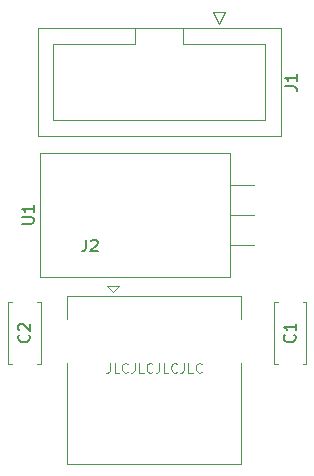
<source format=gbr>
%TF.GenerationSoftware,KiCad,Pcbnew,8.0.5*%
%TF.CreationDate,2024-12-20T11:39:28+13:00*%
%TF.ProjectId,eurorack_to_usb_7805,6575726f-7261-4636-9b5f-746f5f757362,rev?*%
%TF.SameCoordinates,Original*%
%TF.FileFunction,Legend,Top*%
%TF.FilePolarity,Positive*%
%FSLAX46Y46*%
G04 Gerber Fmt 4.6, Leading zero omitted, Abs format (unit mm)*
G04 Created by KiCad (PCBNEW 8.0.5) date 2024-12-20 11:39:28*
%MOMM*%
%LPD*%
G01*
G04 APERTURE LIST*
%ADD10C,0.037750*%
%ADD11C,0.150000*%
%ADD12C,0.120000*%
G04 APERTURE END LIST*
D10*
X144758571Y-105062758D02*
X144758571Y-105641329D01*
X144758571Y-105641329D02*
X144720000Y-105757044D01*
X144720000Y-105757044D02*
X144642857Y-105834187D01*
X144642857Y-105834187D02*
X144527143Y-105872758D01*
X144527143Y-105872758D02*
X144450000Y-105872758D01*
X145530000Y-105872758D02*
X145144286Y-105872758D01*
X145144286Y-105872758D02*
X145144286Y-105062758D01*
X146262857Y-105795615D02*
X146224285Y-105834187D01*
X146224285Y-105834187D02*
X146108571Y-105872758D01*
X146108571Y-105872758D02*
X146031428Y-105872758D01*
X146031428Y-105872758D02*
X145915714Y-105834187D01*
X145915714Y-105834187D02*
X145838571Y-105757044D01*
X145838571Y-105757044D02*
X145800000Y-105679901D01*
X145800000Y-105679901D02*
X145761428Y-105525615D01*
X145761428Y-105525615D02*
X145761428Y-105409901D01*
X145761428Y-105409901D02*
X145800000Y-105255615D01*
X145800000Y-105255615D02*
X145838571Y-105178472D01*
X145838571Y-105178472D02*
X145915714Y-105101329D01*
X145915714Y-105101329D02*
X146031428Y-105062758D01*
X146031428Y-105062758D02*
X146108571Y-105062758D01*
X146108571Y-105062758D02*
X146224285Y-105101329D01*
X146224285Y-105101329D02*
X146262857Y-105139901D01*
X146841428Y-105062758D02*
X146841428Y-105641329D01*
X146841428Y-105641329D02*
X146802857Y-105757044D01*
X146802857Y-105757044D02*
X146725714Y-105834187D01*
X146725714Y-105834187D02*
X146610000Y-105872758D01*
X146610000Y-105872758D02*
X146532857Y-105872758D01*
X147612857Y-105872758D02*
X147227143Y-105872758D01*
X147227143Y-105872758D02*
X147227143Y-105062758D01*
X148345714Y-105795615D02*
X148307142Y-105834187D01*
X148307142Y-105834187D02*
X148191428Y-105872758D01*
X148191428Y-105872758D02*
X148114285Y-105872758D01*
X148114285Y-105872758D02*
X147998571Y-105834187D01*
X147998571Y-105834187D02*
X147921428Y-105757044D01*
X147921428Y-105757044D02*
X147882857Y-105679901D01*
X147882857Y-105679901D02*
X147844285Y-105525615D01*
X147844285Y-105525615D02*
X147844285Y-105409901D01*
X147844285Y-105409901D02*
X147882857Y-105255615D01*
X147882857Y-105255615D02*
X147921428Y-105178472D01*
X147921428Y-105178472D02*
X147998571Y-105101329D01*
X147998571Y-105101329D02*
X148114285Y-105062758D01*
X148114285Y-105062758D02*
X148191428Y-105062758D01*
X148191428Y-105062758D02*
X148307142Y-105101329D01*
X148307142Y-105101329D02*
X148345714Y-105139901D01*
X148924285Y-105062758D02*
X148924285Y-105641329D01*
X148924285Y-105641329D02*
X148885714Y-105757044D01*
X148885714Y-105757044D02*
X148808571Y-105834187D01*
X148808571Y-105834187D02*
X148692857Y-105872758D01*
X148692857Y-105872758D02*
X148615714Y-105872758D01*
X149695714Y-105872758D02*
X149310000Y-105872758D01*
X149310000Y-105872758D02*
X149310000Y-105062758D01*
X150428571Y-105795615D02*
X150389999Y-105834187D01*
X150389999Y-105834187D02*
X150274285Y-105872758D01*
X150274285Y-105872758D02*
X150197142Y-105872758D01*
X150197142Y-105872758D02*
X150081428Y-105834187D01*
X150081428Y-105834187D02*
X150004285Y-105757044D01*
X150004285Y-105757044D02*
X149965714Y-105679901D01*
X149965714Y-105679901D02*
X149927142Y-105525615D01*
X149927142Y-105525615D02*
X149927142Y-105409901D01*
X149927142Y-105409901D02*
X149965714Y-105255615D01*
X149965714Y-105255615D02*
X150004285Y-105178472D01*
X150004285Y-105178472D02*
X150081428Y-105101329D01*
X150081428Y-105101329D02*
X150197142Y-105062758D01*
X150197142Y-105062758D02*
X150274285Y-105062758D01*
X150274285Y-105062758D02*
X150389999Y-105101329D01*
X150389999Y-105101329D02*
X150428571Y-105139901D01*
X151007142Y-105062758D02*
X151007142Y-105641329D01*
X151007142Y-105641329D02*
X150968571Y-105757044D01*
X150968571Y-105757044D02*
X150891428Y-105834187D01*
X150891428Y-105834187D02*
X150775714Y-105872758D01*
X150775714Y-105872758D02*
X150698571Y-105872758D01*
X151778571Y-105872758D02*
X151392857Y-105872758D01*
X151392857Y-105872758D02*
X151392857Y-105062758D01*
X152511428Y-105795615D02*
X152472856Y-105834187D01*
X152472856Y-105834187D02*
X152357142Y-105872758D01*
X152357142Y-105872758D02*
X152279999Y-105872758D01*
X152279999Y-105872758D02*
X152164285Y-105834187D01*
X152164285Y-105834187D02*
X152087142Y-105757044D01*
X152087142Y-105757044D02*
X152048571Y-105679901D01*
X152048571Y-105679901D02*
X152009999Y-105525615D01*
X152009999Y-105525615D02*
X152009999Y-105409901D01*
X152009999Y-105409901D02*
X152048571Y-105255615D01*
X152048571Y-105255615D02*
X152087142Y-105178472D01*
X152087142Y-105178472D02*
X152164285Y-105101329D01*
X152164285Y-105101329D02*
X152279999Y-105062758D01*
X152279999Y-105062758D02*
X152357142Y-105062758D01*
X152357142Y-105062758D02*
X152472856Y-105101329D01*
X152472856Y-105101329D02*
X152511428Y-105139901D01*
D11*
X142716666Y-94604819D02*
X142716666Y-95319104D01*
X142716666Y-95319104D02*
X142669047Y-95461961D01*
X142669047Y-95461961D02*
X142573809Y-95557200D01*
X142573809Y-95557200D02*
X142430952Y-95604819D01*
X142430952Y-95604819D02*
X142335714Y-95604819D01*
X143145238Y-94700057D02*
X143192857Y-94652438D01*
X143192857Y-94652438D02*
X143288095Y-94604819D01*
X143288095Y-94604819D02*
X143526190Y-94604819D01*
X143526190Y-94604819D02*
X143621428Y-94652438D01*
X143621428Y-94652438D02*
X143669047Y-94700057D01*
X143669047Y-94700057D02*
X143716666Y-94795295D01*
X143716666Y-94795295D02*
X143716666Y-94890533D01*
X143716666Y-94890533D02*
X143669047Y-95033390D01*
X143669047Y-95033390D02*
X143097619Y-95604819D01*
X143097619Y-95604819D02*
X143716666Y-95604819D01*
X160359580Y-102666666D02*
X160407200Y-102714285D01*
X160407200Y-102714285D02*
X160454819Y-102857142D01*
X160454819Y-102857142D02*
X160454819Y-102952380D01*
X160454819Y-102952380D02*
X160407200Y-103095237D01*
X160407200Y-103095237D02*
X160311961Y-103190475D01*
X160311961Y-103190475D02*
X160216723Y-103238094D01*
X160216723Y-103238094D02*
X160026247Y-103285713D01*
X160026247Y-103285713D02*
X159883390Y-103285713D01*
X159883390Y-103285713D02*
X159692914Y-103238094D01*
X159692914Y-103238094D02*
X159597676Y-103190475D01*
X159597676Y-103190475D02*
X159502438Y-103095237D01*
X159502438Y-103095237D02*
X159454819Y-102952380D01*
X159454819Y-102952380D02*
X159454819Y-102857142D01*
X159454819Y-102857142D02*
X159502438Y-102714285D01*
X159502438Y-102714285D02*
X159550057Y-102666666D01*
X160454819Y-101714285D02*
X160454819Y-102285713D01*
X160454819Y-101999999D02*
X159454819Y-101999999D01*
X159454819Y-101999999D02*
X159597676Y-102095237D01*
X159597676Y-102095237D02*
X159692914Y-102190475D01*
X159692914Y-102190475D02*
X159740533Y-102285713D01*
X159554819Y-81603333D02*
X160269104Y-81603333D01*
X160269104Y-81603333D02*
X160411961Y-81650952D01*
X160411961Y-81650952D02*
X160507200Y-81746190D01*
X160507200Y-81746190D02*
X160554819Y-81889047D01*
X160554819Y-81889047D02*
X160554819Y-81984285D01*
X160554819Y-80603333D02*
X160554819Y-81174761D01*
X160554819Y-80889047D02*
X159554819Y-80889047D01*
X159554819Y-80889047D02*
X159697676Y-80984285D01*
X159697676Y-80984285D02*
X159792914Y-81079523D01*
X159792914Y-81079523D02*
X159840533Y-81174761D01*
X137284819Y-93261904D02*
X138094342Y-93261904D01*
X138094342Y-93261904D02*
X138189580Y-93214285D01*
X138189580Y-93214285D02*
X138237200Y-93166666D01*
X138237200Y-93166666D02*
X138284819Y-93071428D01*
X138284819Y-93071428D02*
X138284819Y-92880952D01*
X138284819Y-92880952D02*
X138237200Y-92785714D01*
X138237200Y-92785714D02*
X138189580Y-92738095D01*
X138189580Y-92738095D02*
X138094342Y-92690476D01*
X138094342Y-92690476D02*
X137284819Y-92690476D01*
X138284819Y-91690476D02*
X138284819Y-92261904D01*
X138284819Y-91976190D02*
X137284819Y-91976190D01*
X137284819Y-91976190D02*
X137427676Y-92071428D01*
X137427676Y-92071428D02*
X137522914Y-92166666D01*
X137522914Y-92166666D02*
X137570533Y-92261904D01*
X137859580Y-102666666D02*
X137907200Y-102714285D01*
X137907200Y-102714285D02*
X137954819Y-102857142D01*
X137954819Y-102857142D02*
X137954819Y-102952380D01*
X137954819Y-102952380D02*
X137907200Y-103095237D01*
X137907200Y-103095237D02*
X137811961Y-103190475D01*
X137811961Y-103190475D02*
X137716723Y-103238094D01*
X137716723Y-103238094D02*
X137526247Y-103285713D01*
X137526247Y-103285713D02*
X137383390Y-103285713D01*
X137383390Y-103285713D02*
X137192914Y-103238094D01*
X137192914Y-103238094D02*
X137097676Y-103190475D01*
X137097676Y-103190475D02*
X137002438Y-103095237D01*
X137002438Y-103095237D02*
X136954819Y-102952380D01*
X136954819Y-102952380D02*
X136954819Y-102857142D01*
X136954819Y-102857142D02*
X137002438Y-102714285D01*
X137002438Y-102714285D02*
X137050057Y-102666666D01*
X137050057Y-102285713D02*
X137002438Y-102238094D01*
X137002438Y-102238094D02*
X136954819Y-102142856D01*
X136954819Y-102142856D02*
X136954819Y-101904761D01*
X136954819Y-101904761D02*
X137002438Y-101809523D01*
X137002438Y-101809523D02*
X137050057Y-101761904D01*
X137050057Y-101761904D02*
X137145295Y-101714285D01*
X137145295Y-101714285D02*
X137240533Y-101714285D01*
X137240533Y-101714285D02*
X137383390Y-101761904D01*
X137383390Y-101761904D02*
X137954819Y-102333332D01*
X137954819Y-102333332D02*
X137954819Y-101714285D01*
D12*
%TO.C,J2*%
X141140000Y-99380000D02*
X141140000Y-101360000D01*
X141140000Y-99380000D02*
X155860000Y-99380000D01*
X141140000Y-105060000D02*
X141140000Y-113600000D01*
X141140000Y-113600000D02*
X155860000Y-113600000D01*
X144500000Y-98500000D02*
X145000000Y-99000000D01*
X145000000Y-99000000D02*
X145500000Y-98500000D01*
X145500000Y-98500000D02*
X144500000Y-98500000D01*
X155860000Y-101360000D02*
X155860000Y-99380000D01*
X155860000Y-105060000D02*
X155860000Y-113600000D01*
%TO.C,C1*%
X158630000Y-99880000D02*
X158630000Y-105120000D01*
X158945000Y-99880000D02*
X158630000Y-99880000D01*
X158945000Y-105120000D02*
X158630000Y-105120000D01*
X161370000Y-99880000D02*
X161055000Y-99880000D01*
X161370000Y-99880000D02*
X161370000Y-105120000D01*
X161370000Y-105120000D02*
X161055000Y-105120000D01*
%TO.C,J1*%
X138630000Y-76710000D02*
X159210000Y-76710000D01*
X138630000Y-85830000D02*
X138630000Y-76710000D01*
X139930000Y-78020000D02*
X146870000Y-78020000D01*
X139930000Y-84520000D02*
X139930000Y-78020000D01*
X146870000Y-78020000D02*
X146870000Y-76710000D01*
X146870000Y-78020000D02*
X146870000Y-78020000D01*
X150970000Y-76710000D02*
X150970000Y-78020000D01*
X150970000Y-78020000D02*
X157910000Y-78020000D01*
X153500000Y-75320000D02*
X154000000Y-76320000D01*
X154000000Y-76320000D02*
X154500000Y-75320000D01*
X154500000Y-75320000D02*
X153500000Y-75320000D01*
X157910000Y-78020000D02*
X157910000Y-84520000D01*
X157910000Y-84520000D02*
X139930000Y-84520000D01*
X159210000Y-76710000D02*
X159210000Y-85830000D01*
X159210000Y-85830000D02*
X138630000Y-85830000D01*
%TO.C,U1*%
X138830000Y-87250000D02*
X154940000Y-87250000D01*
X138830000Y-97750000D02*
X138830000Y-87250000D01*
X138830000Y-97750000D02*
X154940000Y-97750000D01*
X154940000Y-89960000D02*
X156900000Y-89960000D01*
X154940000Y-92500000D02*
X156900000Y-92500000D01*
X154940000Y-95040000D02*
X156900000Y-95040000D01*
X154940000Y-97750000D02*
X154940000Y-87250000D01*
%TO.C,C2*%
X136130000Y-99880000D02*
X136130000Y-105120000D01*
X136445000Y-99880000D02*
X136130000Y-99880000D01*
X136445000Y-105120000D02*
X136130000Y-105120000D01*
X138870000Y-99880000D02*
X138555000Y-99880000D01*
X138870000Y-99880000D02*
X138870000Y-105120000D01*
X138870000Y-105120000D02*
X138555000Y-105120000D01*
%TD*%
M02*

</source>
